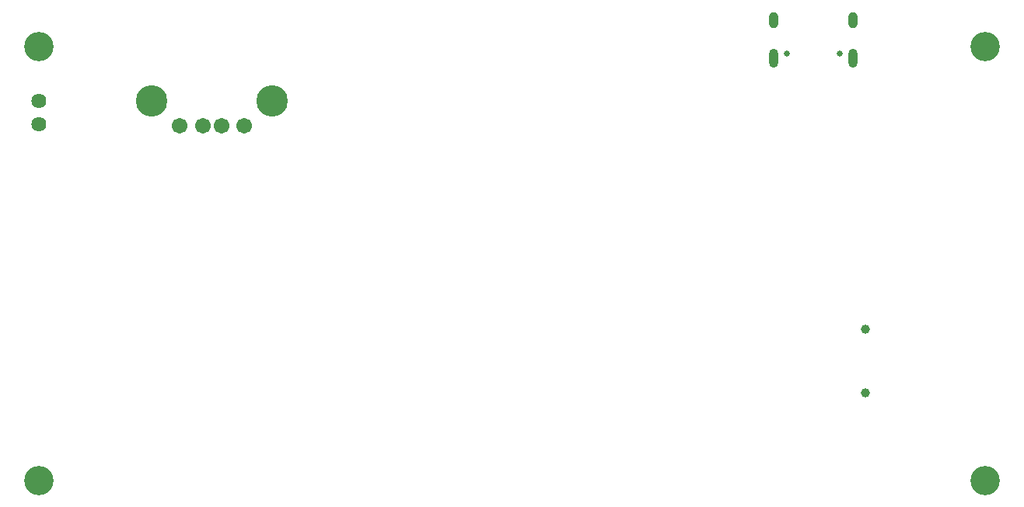
<source format=gbr>
%TF.GenerationSoftware,KiCad,Pcbnew,9.0.2*%
%TF.CreationDate,2025-06-01T02:46:13+05:30*%
%TF.ProjectId,TechLab,54656368-4c61-4622-9e6b-696361645f70,rev?*%
%TF.SameCoordinates,Original*%
%TF.FileFunction,Soldermask,Bot*%
%TF.FilePolarity,Negative*%
%FSLAX46Y46*%
G04 Gerber Fmt 4.6, Leading zero omitted, Abs format (unit mm)*
G04 Created by KiCad (PCBNEW 9.0.2) date 2025-06-01 02:46:13*
%MOMM*%
%LPD*%
G01*
G04 APERTURE LIST*
%ADD10C,1.625600*%
%ADD11C,3.200000*%
%ADD12C,1.711200*%
%ADD13C,3.417600*%
%ADD14C,1.000000*%
%ADD15C,0.650000*%
%ADD16O,1.000000X2.100000*%
%ADD17O,1.000000X1.800000*%
G04 APERTURE END LIST*
D10*
%TO.C,JMP1*%
X152501100Y-59608600D03*
X152501100Y-62148600D03*
%TD*%
D11*
%TO.C,@HOLE1*%
X255501100Y-53753600D03*
%TD*%
%TO.C,@HOLE0*%
X152501100Y-53753600D03*
%TD*%
D12*
%TO.C,X1*%
X174844850Y-62368600D03*
X172344850Y-62368600D03*
X170344850Y-62368600D03*
X167844850Y-62368600D03*
D13*
X177914850Y-59658500D03*
X164774850Y-59658500D03*
%TD*%
D11*
%TO.C,@HOLE3*%
X255501100Y-101003600D03*
%TD*%
D14*
%TO.C,BUZZER0*%
X242451100Y-84503600D03*
X242451100Y-91503600D03*
%TD*%
D15*
%TO.C,J2*%
X239690000Y-54515000D03*
X233910000Y-54515000D03*
D16*
X241120000Y-55015000D03*
D17*
X241120000Y-50835000D03*
D16*
X232480000Y-55015000D03*
D17*
X232480000Y-50835000D03*
%TD*%
D11*
%TO.C,@HOLE2*%
X152501100Y-101003600D03*
%TD*%
M02*

</source>
